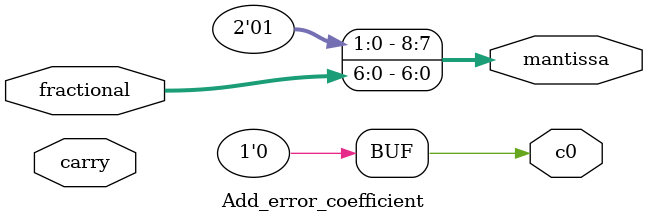
<source format=v>
`timescale 1ns / 1ps


module Add_error_coefficient #(parameter N=8,
                               parameter L=3)
                               
                               (input [N-2:0] fractional,
                                input carry,
                                output c0,
                                output [N:0] mantissa);

/* MBM Implementation
wire [N-2:0] tmp, tmp_2;
wire [6:0] error_correction;
wire temp_carry;

assign error_correction = 7'b0001010>>carry;
assign {temp_carry, tmp} = fractional + error_correction;

// Corner case (i) - if the val x1 +x2 +error_correction >2
assign {c0,tmp_2} = (carry == 1 && fractional > 7'b1110110)? {1'b0,fractional}: {temp_carry,tmp};

assign mantissa = c0? {2'b10, tmp_2}: {2'b01, tmp_2};*/

//Mitchell Algo implementation
assign c0 = 1'b0;
assign mantissa = {2'b01, fractional};

endmodule

</source>
